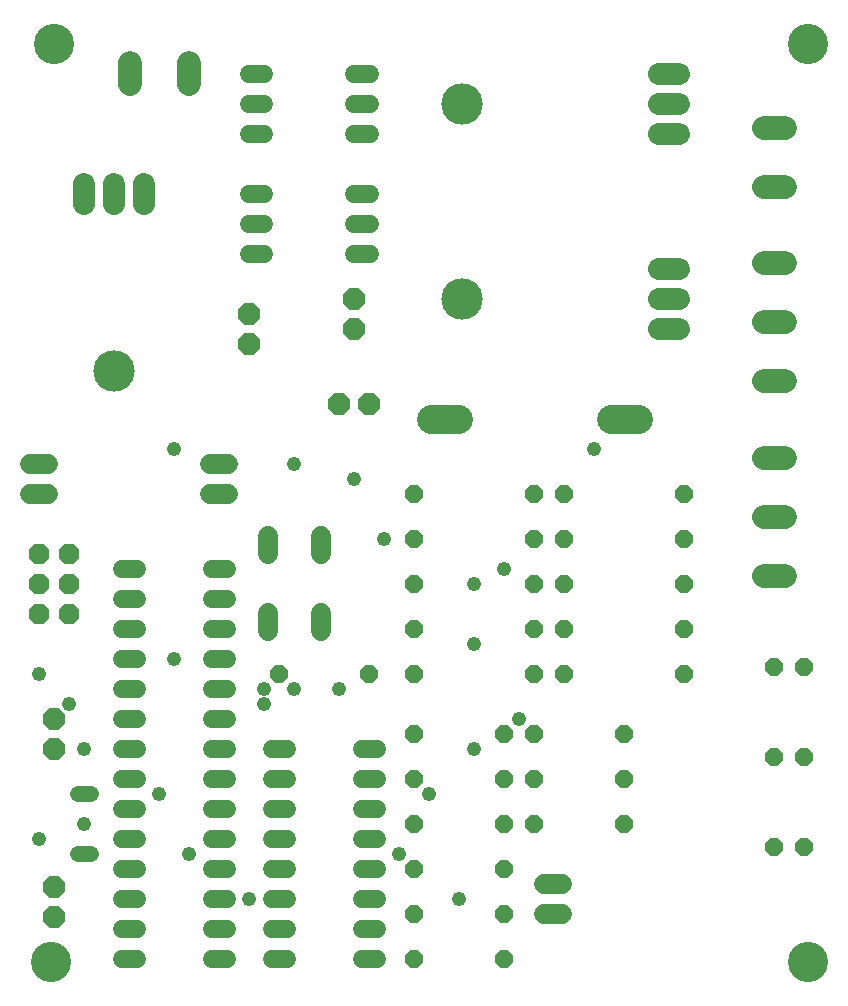
<source format=gbs>
G75*
%MOIN*%
%OFA0B0*%
%FSLAX24Y24*%
%IPPOS*%
%LPD*%
%AMOC8*
5,1,8,0,0,1.08239X$1,22.5*
%
%ADD10C,0.1340*%
%ADD11OC8,0.0600*%
%ADD12C,0.0520*%
%ADD13OC8,0.0710*%
%ADD14C,0.0740*%
%ADD15C,0.1380*%
%ADD16C,0.0600*%
%ADD17C,0.0785*%
%ADD18C,0.0680*%
%ADD19OC8,0.0680*%
%ADD20C,0.0965*%
%ADD21C,0.0480*%
D10*
X001494Y001494D03*
X026706Y001494D03*
X026706Y032100D03*
X001600Y032100D03*
D11*
X013600Y017100D03*
X013600Y015600D03*
X013600Y014100D03*
X013600Y012600D03*
X013600Y011100D03*
X012100Y011100D03*
X013600Y009100D03*
X013600Y007600D03*
X013600Y006100D03*
X013600Y004600D03*
X013600Y003100D03*
X013600Y001600D03*
X016600Y001600D03*
X016600Y003100D03*
X016600Y004600D03*
X016600Y006100D03*
X017600Y006100D03*
X017600Y007600D03*
X016600Y007600D03*
X016600Y009100D03*
X017600Y009100D03*
X017600Y011100D03*
X018600Y011100D03*
X018600Y012600D03*
X017600Y012600D03*
X017600Y014100D03*
X018600Y014100D03*
X018600Y015600D03*
X017600Y015600D03*
X017600Y017100D03*
X018600Y017100D03*
X022600Y017100D03*
X022600Y015600D03*
X022600Y014100D03*
X022600Y012600D03*
X022600Y011100D03*
X020600Y009100D03*
X020600Y007600D03*
X020600Y006100D03*
X025600Y005313D03*
X026600Y005313D03*
X026600Y008313D03*
X025600Y008313D03*
X025600Y011313D03*
X026600Y011313D03*
X009100Y011100D03*
D12*
X002820Y007100D02*
X002380Y007100D01*
X002380Y005100D02*
X002820Y005100D01*
D13*
X001600Y003994D03*
X001600Y002994D03*
X001600Y008600D03*
X001600Y009600D03*
X011100Y020100D03*
X012100Y020100D03*
X011600Y022600D03*
X011600Y023600D03*
X008100Y023100D03*
X008100Y022100D03*
D14*
X004600Y026770D02*
X004600Y027430D01*
X003600Y027430D02*
X003600Y026770D01*
X002600Y026770D02*
X002600Y027430D01*
X021770Y029100D02*
X022430Y029100D01*
X022430Y030100D02*
X021770Y030100D01*
X021770Y031100D02*
X022430Y031100D01*
X022430Y024600D02*
X021770Y024600D01*
X021770Y023600D02*
X022430Y023600D01*
X022430Y022600D02*
X021770Y022600D01*
D15*
X015200Y023600D03*
X015200Y030100D03*
X003600Y021200D03*
D16*
X008080Y025100D02*
X008600Y025100D01*
X008600Y026100D02*
X008080Y026100D01*
X008080Y027100D02*
X008600Y027100D01*
X008600Y029100D02*
X008080Y029100D01*
X008080Y030100D02*
X008600Y030100D01*
X008600Y031100D02*
X008080Y031100D01*
X011600Y031100D02*
X012120Y031100D01*
X012120Y030100D02*
X011600Y030100D01*
X011600Y029100D02*
X012120Y029100D01*
X012120Y027100D02*
X011600Y027100D01*
X011600Y026100D02*
X012120Y026100D01*
X012120Y025100D02*
X011600Y025100D01*
X007360Y014600D02*
X006840Y014600D01*
X006840Y013600D02*
X007360Y013600D01*
X007360Y012600D02*
X006840Y012600D01*
X006840Y011600D02*
X007360Y011600D01*
X007360Y010600D02*
X006840Y010600D01*
X006840Y009600D02*
X007360Y009600D01*
X007360Y008600D02*
X006840Y008600D01*
X006840Y007600D02*
X007360Y007600D01*
X007360Y006600D02*
X006840Y006600D01*
X006840Y005600D02*
X007360Y005600D01*
X007360Y004600D02*
X006840Y004600D01*
X006840Y003600D02*
X007360Y003600D01*
X007360Y002600D02*
X006840Y002600D01*
X006840Y001600D02*
X007360Y001600D01*
X008840Y001600D02*
X009360Y001600D01*
X009360Y002600D02*
X008840Y002600D01*
X008840Y003600D02*
X009360Y003600D01*
X009360Y004600D02*
X008840Y004600D01*
X008840Y005600D02*
X009360Y005600D01*
X009360Y006600D02*
X008840Y006600D01*
X008840Y007600D02*
X009360Y007600D01*
X009360Y008600D02*
X008840Y008600D01*
X011840Y008600D02*
X012360Y008600D01*
X012360Y007600D02*
X011840Y007600D01*
X011840Y006600D02*
X012360Y006600D01*
X012360Y005600D02*
X011840Y005600D01*
X011840Y004600D02*
X012360Y004600D01*
X012360Y003600D02*
X011840Y003600D01*
X011840Y002600D02*
X012360Y002600D01*
X012360Y001600D02*
X011840Y001600D01*
X004360Y001600D02*
X003840Y001600D01*
X003840Y002600D02*
X004360Y002600D01*
X004360Y003600D02*
X003840Y003600D01*
X003840Y004600D02*
X004360Y004600D01*
X004360Y005600D02*
X003840Y005600D01*
X003840Y006600D02*
X004360Y006600D01*
X004360Y007600D02*
X003840Y007600D01*
X003840Y008600D02*
X004360Y008600D01*
X004360Y009600D02*
X003840Y009600D01*
X003840Y010600D02*
X004360Y010600D01*
X004360Y011600D02*
X003840Y011600D01*
X003840Y012600D02*
X004360Y012600D01*
X004360Y013600D02*
X003840Y013600D01*
X003840Y014600D02*
X004360Y014600D01*
D17*
X004116Y030748D02*
X004116Y031453D01*
X006084Y031453D02*
X006084Y030748D01*
X025248Y029297D02*
X025953Y029297D01*
X025953Y027328D02*
X025248Y027328D01*
X025240Y024781D02*
X025945Y024781D01*
X025945Y022813D02*
X025240Y022813D01*
X025240Y020844D02*
X025945Y020844D01*
X025945Y018281D02*
X025240Y018281D01*
X025240Y016313D02*
X025945Y016313D01*
X025945Y014344D02*
X025240Y014344D01*
D18*
X018506Y004100D02*
X017906Y004100D01*
X017906Y003100D02*
X018506Y003100D01*
X010490Y012520D02*
X010490Y013120D01*
X010490Y015080D02*
X010490Y015680D01*
X008710Y015680D02*
X008710Y015080D01*
X008710Y013120D02*
X008710Y012520D01*
X007400Y017100D02*
X006800Y017100D01*
X006800Y018100D02*
X007400Y018100D01*
X001400Y018100D02*
X000800Y018100D01*
X000800Y017100D02*
X001400Y017100D01*
D19*
X001100Y015100D03*
X001100Y014100D03*
X001100Y013100D03*
X002100Y013100D03*
X002100Y014100D03*
X002100Y015100D03*
D20*
X014158Y019600D02*
X015043Y019600D01*
X020158Y019600D02*
X021043Y019600D01*
D21*
X019600Y018600D03*
X016600Y014600D03*
X015600Y014100D03*
X015600Y012100D03*
X017100Y009600D03*
X015600Y008600D03*
X014100Y007100D03*
X013100Y005100D03*
X015100Y003600D03*
X011100Y010600D03*
X009600Y010600D03*
X008600Y010600D03*
X008600Y010100D03*
X005600Y011600D03*
X002600Y008600D03*
X002100Y010100D03*
X001100Y011100D03*
X002600Y006100D03*
X001100Y005600D03*
X005100Y007100D03*
X006100Y005100D03*
X008100Y003600D03*
X012600Y015600D03*
X011600Y017600D03*
X009600Y018100D03*
X005600Y018600D03*
M02*

</source>
